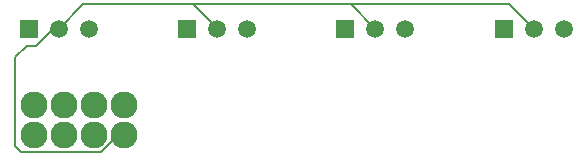
<source format=gbr>
%TF.GenerationSoftware,KiCad,Pcbnew,8.0.3-1.fc40*%
%TF.CreationDate,2024-07-04T21:42:45-04:00*%
%TF.ProjectId,sensor_v3,73656e73-6f72-45f7-9633-2e6b69636164,rev?*%
%TF.SameCoordinates,Original*%
%TF.FileFunction,Copper,L2,Bot*%
%TF.FilePolarity,Positive*%
%FSLAX46Y46*%
G04 Gerber Fmt 4.6, Leading zero omitted, Abs format (unit mm)*
G04 Created by KiCad (PCBNEW 8.0.3-1.fc40) date 2024-07-04 21:42:45*
%MOMM*%
%LPD*%
G01*
G04 APERTURE LIST*
%TA.AperFunction,ComponentPad*%
%ADD10R,1.500000X1.500000*%
%TD*%
%TA.AperFunction,ComponentPad*%
%ADD11C,1.500000*%
%TD*%
%TA.AperFunction,ComponentPad*%
%ADD12C,2.286000*%
%TD*%
%TA.AperFunction,Conductor*%
%ADD13C,0.200000*%
%TD*%
G04 APERTURE END LIST*
D10*
%TO.P,U4,1,VCC*%
%TO.N,+3.3V*%
X21060000Y-22760000D03*
D11*
%TO.P,U4,2,GND*%
%TO.N,GND*%
X23600000Y-22760000D03*
%TO.P,U4,3,OUT*%
%TO.N,Net-(J1-Pin_8)*%
X26139999Y-22760000D03*
%TD*%
D10*
%TO.P,U3,1,VCC*%
%TO.N,+3.3V*%
X34460000Y-22760000D03*
D11*
%TO.P,U3,2,GND*%
%TO.N,GND*%
X37000000Y-22760000D03*
%TO.P,U3,3,OUT*%
%TO.N,Net-(J1-Pin_7)*%
X39539999Y-22760000D03*
%TD*%
D10*
%TO.P,U2,1,VCC*%
%TO.N,+3.3V*%
X47860000Y-22760000D03*
D11*
%TO.P,U2,2,GND*%
%TO.N,GND*%
X50400000Y-22760000D03*
%TO.P,U2,3,OUT*%
%TO.N,Net-(J1-Pin_6)*%
X52939999Y-22760000D03*
%TD*%
D10*
%TO.P,U1,1,VCC*%
%TO.N,+3.3V*%
X61260000Y-22760000D03*
D11*
%TO.P,U1,2,GND*%
%TO.N,GND*%
X63800000Y-22760000D03*
%TO.P,U1,3,OUT*%
%TO.N,Net-(J1-Pin_5)*%
X66339999Y-22760000D03*
%TD*%
D12*
%TO.P,J1,8,Pin_8*%
%TO.N,Net-(J1-Pin_8)*%
X21480001Y-29200000D03*
%TO.P,J1,7,Pin_7*%
%TO.N,Net-(J1-Pin_7)*%
X24020001Y-29200000D03*
%TO.P,J1,6,Pin_6*%
%TO.N,Net-(J1-Pin_6)*%
X26560001Y-29200000D03*
%TO.P,J1,5,Pin_5*%
%TO.N,Net-(J1-Pin_5)*%
X29100000Y-29200000D03*
%TO.P,J1,4,Pin_4*%
%TO.N,GND*%
X29100001Y-31740000D03*
%TO.P,J1,3,Pin_3*%
%TO.N,unconnected-(J1-Pin_3-Pad3)*%
X26560001Y-31740000D03*
%TO.P,J1,2,Pin_2*%
%TO.N,unconnected-(J1-Pin_2-Pad2)*%
X24020001Y-31740000D03*
%TO.P,J1,1,Pin_1*%
%TO.N,+3.3V*%
X21480001Y-31740000D03*
%TD*%
D13*
%TO.N,GND*%
X23600000Y-22760000D02*
X23140000Y-22760000D01*
X19900000Y-32690711D02*
X20415789Y-33206500D01*
X23140000Y-22760000D02*
X21700000Y-24200000D01*
X21700000Y-24200000D02*
X20900000Y-24200000D01*
X20900000Y-24200000D02*
X19900000Y-25200000D01*
X19900000Y-25200000D02*
X19900000Y-32690711D01*
X20415789Y-33206500D02*
X27190500Y-33206500D01*
X27190500Y-33206500D02*
X28633500Y-31763500D01*
X45700000Y-20700000D02*
X61740000Y-20700000D01*
X37600000Y-20700000D02*
X45700000Y-20700000D01*
X45700000Y-20700000D02*
X48340000Y-20700000D01*
X48340000Y-20700000D02*
X50400000Y-22760000D01*
X61740000Y-20700000D02*
X63800000Y-22760000D01*
X34500000Y-20700000D02*
X35000000Y-20700000D01*
X35000000Y-20700000D02*
X37000000Y-22700000D01*
X37000000Y-22700000D02*
X37000000Y-22760000D01*
X25660000Y-20700000D02*
X34500000Y-20700000D01*
X34500000Y-20700000D02*
X37600000Y-20700000D01*
X23600000Y-22760000D02*
X25660000Y-20700000D01*
%TD*%
M02*

</source>
